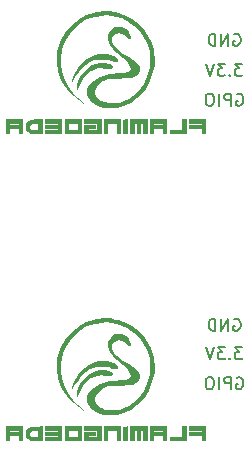
<source format=gbo>
G04 (created by PCBNEW (2013-03-19 BZR 4004)-stable) date 2015/1/6 10:08:28*
%MOIN*%
G04 Gerber Fmt 3.4, Leading zero omitted, Abs format*
%FSLAX34Y34*%
G01*
G70*
G90*
G04 APERTURE LIST*
%ADD10C,0*%
%ADD11C,0.008*%
%ADD12C,0.0001*%
G04 APERTURE END LIST*
G54D10*
G54D11*
X26400Y-25580D02*
X26438Y-25561D01*
X26495Y-25561D01*
X26552Y-25580D01*
X26590Y-25619D01*
X26609Y-25657D01*
X26628Y-25733D01*
X26628Y-25790D01*
X26609Y-25866D01*
X26590Y-25904D01*
X26552Y-25942D01*
X26495Y-25961D01*
X26457Y-25961D01*
X26400Y-25942D01*
X26380Y-25923D01*
X26380Y-25790D01*
X26457Y-25790D01*
X26209Y-25961D02*
X26209Y-25561D01*
X26057Y-25561D01*
X26019Y-25580D01*
X26000Y-25600D01*
X25980Y-25638D01*
X25980Y-25695D01*
X26000Y-25733D01*
X26019Y-25752D01*
X26057Y-25771D01*
X26209Y-25771D01*
X25809Y-25961D02*
X25809Y-25561D01*
X25542Y-25561D02*
X25466Y-25561D01*
X25428Y-25580D01*
X25390Y-25619D01*
X25371Y-25695D01*
X25371Y-25828D01*
X25390Y-25904D01*
X25428Y-25942D01*
X25466Y-25961D01*
X25542Y-25961D01*
X25580Y-25942D01*
X25619Y-25904D01*
X25638Y-25828D01*
X25638Y-25695D01*
X25619Y-25619D01*
X25580Y-25580D01*
X25542Y-25561D01*
X26590Y-24561D02*
X26342Y-24561D01*
X26476Y-24714D01*
X26419Y-24714D01*
X26380Y-24733D01*
X26361Y-24752D01*
X26342Y-24790D01*
X26342Y-24885D01*
X26361Y-24923D01*
X26380Y-24942D01*
X26419Y-24961D01*
X26533Y-24961D01*
X26571Y-24942D01*
X26590Y-24923D01*
X26171Y-24923D02*
X26152Y-24942D01*
X26171Y-24961D01*
X26190Y-24942D01*
X26171Y-24923D01*
X26171Y-24961D01*
X26019Y-24561D02*
X25771Y-24561D01*
X25904Y-24714D01*
X25847Y-24714D01*
X25809Y-24733D01*
X25790Y-24752D01*
X25771Y-24790D01*
X25771Y-24885D01*
X25790Y-24923D01*
X25809Y-24942D01*
X25847Y-24961D01*
X25961Y-24961D01*
X25999Y-24942D01*
X26019Y-24923D01*
X25657Y-24561D02*
X25523Y-24961D01*
X25390Y-24561D01*
X26304Y-23630D02*
X26342Y-23611D01*
X26400Y-23611D01*
X26457Y-23630D01*
X26495Y-23669D01*
X26514Y-23707D01*
X26533Y-23783D01*
X26533Y-23840D01*
X26514Y-23916D01*
X26495Y-23954D01*
X26457Y-23992D01*
X26400Y-24011D01*
X26361Y-24011D01*
X26304Y-23992D01*
X26285Y-23973D01*
X26285Y-23840D01*
X26361Y-23840D01*
X26114Y-24011D02*
X26114Y-23611D01*
X25885Y-24011D01*
X25885Y-23611D01*
X25695Y-24011D02*
X25695Y-23611D01*
X25599Y-23611D01*
X25542Y-23630D01*
X25504Y-23669D01*
X25485Y-23707D01*
X25466Y-23783D01*
X25466Y-23840D01*
X25485Y-23916D01*
X25504Y-23954D01*
X25542Y-23992D01*
X25599Y-24011D01*
X25695Y-24011D01*
X26400Y-16130D02*
X26438Y-16111D01*
X26495Y-16111D01*
X26552Y-16130D01*
X26590Y-16169D01*
X26609Y-16207D01*
X26628Y-16283D01*
X26628Y-16340D01*
X26609Y-16416D01*
X26590Y-16454D01*
X26552Y-16492D01*
X26495Y-16511D01*
X26457Y-16511D01*
X26400Y-16492D01*
X26380Y-16473D01*
X26380Y-16340D01*
X26457Y-16340D01*
X26209Y-16511D02*
X26209Y-16111D01*
X26057Y-16111D01*
X26019Y-16130D01*
X26000Y-16150D01*
X25980Y-16188D01*
X25980Y-16245D01*
X26000Y-16283D01*
X26019Y-16302D01*
X26057Y-16321D01*
X26209Y-16321D01*
X25809Y-16511D02*
X25809Y-16111D01*
X25542Y-16111D02*
X25466Y-16111D01*
X25428Y-16130D01*
X25390Y-16169D01*
X25371Y-16245D01*
X25371Y-16378D01*
X25390Y-16454D01*
X25428Y-16492D01*
X25466Y-16511D01*
X25542Y-16511D01*
X25580Y-16492D01*
X25619Y-16454D01*
X25638Y-16378D01*
X25638Y-16245D01*
X25619Y-16169D01*
X25580Y-16130D01*
X25542Y-16111D01*
X26590Y-15111D02*
X26342Y-15111D01*
X26476Y-15264D01*
X26419Y-15264D01*
X26380Y-15283D01*
X26361Y-15302D01*
X26342Y-15340D01*
X26342Y-15435D01*
X26361Y-15473D01*
X26380Y-15492D01*
X26419Y-15511D01*
X26533Y-15511D01*
X26571Y-15492D01*
X26590Y-15473D01*
X26171Y-15473D02*
X26152Y-15492D01*
X26171Y-15511D01*
X26190Y-15492D01*
X26171Y-15473D01*
X26171Y-15511D01*
X26019Y-15111D02*
X25771Y-15111D01*
X25904Y-15264D01*
X25847Y-15264D01*
X25809Y-15283D01*
X25790Y-15302D01*
X25771Y-15340D01*
X25771Y-15435D01*
X25790Y-15473D01*
X25809Y-15492D01*
X25847Y-15511D01*
X25961Y-15511D01*
X25999Y-15492D01*
X26019Y-15473D01*
X25657Y-15111D02*
X25523Y-15511D01*
X25390Y-15111D01*
X26304Y-14130D02*
X26342Y-14111D01*
X26400Y-14111D01*
X26457Y-14130D01*
X26495Y-14169D01*
X26514Y-14207D01*
X26533Y-14283D01*
X26533Y-14340D01*
X26514Y-14416D01*
X26495Y-14454D01*
X26457Y-14492D01*
X26400Y-14511D01*
X26361Y-14511D01*
X26304Y-14492D01*
X26285Y-14473D01*
X26285Y-14340D01*
X26361Y-14340D01*
X26114Y-14511D02*
X26114Y-14111D01*
X25885Y-14511D01*
X25885Y-14111D01*
X25695Y-14511D02*
X25695Y-14111D01*
X25599Y-14111D01*
X25542Y-14130D01*
X25504Y-14169D01*
X25485Y-14207D01*
X25466Y-14283D01*
X25466Y-14340D01*
X25485Y-14416D01*
X25504Y-14454D01*
X25542Y-14492D01*
X25599Y-14511D01*
X25695Y-14511D01*
G54D12*
G36*
X19287Y-17460D02*
X19214Y-17460D01*
X19140Y-17460D01*
X19140Y-17374D01*
X19140Y-17287D01*
X19140Y-17134D01*
X19136Y-17125D01*
X19120Y-17119D01*
X19089Y-17115D01*
X19037Y-17114D01*
X19000Y-17114D01*
X18936Y-17114D01*
X18895Y-17117D01*
X18871Y-17121D01*
X18861Y-17128D01*
X18860Y-17134D01*
X18865Y-17143D01*
X18880Y-17149D01*
X18912Y-17152D01*
X18963Y-17154D01*
X19000Y-17154D01*
X19064Y-17153D01*
X19106Y-17151D01*
X19129Y-17146D01*
X19139Y-17139D01*
X19140Y-17134D01*
X19140Y-17287D01*
X19000Y-17287D01*
X18860Y-17287D01*
X18860Y-17374D01*
X18860Y-17460D01*
X18787Y-17460D01*
X18714Y-17460D01*
X18714Y-17214D01*
X18714Y-16967D01*
X19000Y-16967D01*
X19287Y-16967D01*
X19287Y-17214D01*
X19287Y-17460D01*
X19287Y-17460D01*
X19287Y-17460D01*
G37*
G36*
X19940Y-17460D02*
X19794Y-17460D01*
X19794Y-17327D01*
X19794Y-17220D01*
X19794Y-17114D01*
X19686Y-17114D01*
X19631Y-17115D01*
X19595Y-17118D01*
X19571Y-17126D01*
X19552Y-17141D01*
X19546Y-17146D01*
X19519Y-17186D01*
X19516Y-17229D01*
X19529Y-17265D01*
X19548Y-17294D01*
X19578Y-17312D01*
X19624Y-17322D01*
X19691Y-17326D01*
X19697Y-17326D01*
X19794Y-17327D01*
X19794Y-17460D01*
X19744Y-17460D01*
X19663Y-17459D01*
X19605Y-17457D01*
X19563Y-17454D01*
X19533Y-17448D01*
X19508Y-17438D01*
X19499Y-17434D01*
X19440Y-17392D01*
X19396Y-17338D01*
X19373Y-17280D01*
X19373Y-17279D01*
X19368Y-17201D01*
X19382Y-17128D01*
X19413Y-17067D01*
X19440Y-17034D01*
X19468Y-17010D01*
X19501Y-16993D01*
X19545Y-16982D01*
X19603Y-16975D01*
X19680Y-16971D01*
X19737Y-16970D01*
X19940Y-16965D01*
X19940Y-17213D01*
X19940Y-17460D01*
X19940Y-17460D01*
X19940Y-17460D01*
G37*
G36*
X20594Y-17460D02*
X20307Y-17460D01*
X20020Y-17460D01*
X20020Y-17394D01*
X20020Y-17327D01*
X20234Y-17327D01*
X20315Y-17327D01*
X20373Y-17326D01*
X20411Y-17323D01*
X20434Y-17319D01*
X20445Y-17313D01*
X20447Y-17307D01*
X20443Y-17300D01*
X20431Y-17294D01*
X20404Y-17290D01*
X20361Y-17288D01*
X20299Y-17287D01*
X20234Y-17287D01*
X20020Y-17287D01*
X20020Y-17220D01*
X20020Y-17154D01*
X20234Y-17154D01*
X20315Y-17154D01*
X20373Y-17152D01*
X20411Y-17150D01*
X20434Y-17146D01*
X20445Y-17140D01*
X20447Y-17134D01*
X20443Y-17126D01*
X20431Y-17121D01*
X20404Y-17117D01*
X20361Y-17115D01*
X20299Y-17114D01*
X20234Y-17114D01*
X20020Y-17114D01*
X20020Y-17040D01*
X20020Y-16967D01*
X20307Y-16967D01*
X20594Y-16967D01*
X20594Y-17214D01*
X20594Y-17460D01*
X20594Y-17460D01*
X20594Y-17460D01*
G37*
G36*
X21247Y-17460D02*
X21100Y-17460D01*
X21100Y-17327D01*
X21100Y-17114D01*
X20820Y-17114D01*
X20820Y-17327D01*
X21100Y-17327D01*
X21100Y-17460D01*
X20674Y-17460D01*
X20674Y-16967D01*
X21247Y-16967D01*
X21247Y-17460D01*
X21247Y-17460D01*
X21247Y-17460D01*
G37*
G36*
X21900Y-17460D02*
X21614Y-17460D01*
X21327Y-17460D01*
X21327Y-17307D01*
X21327Y-17154D01*
X21521Y-17154D01*
X21715Y-17154D01*
X21711Y-17217D01*
X21707Y-17280D01*
X21590Y-17284D01*
X21532Y-17287D01*
X21496Y-17292D01*
X21478Y-17299D01*
X21474Y-17308D01*
X21478Y-17316D01*
X21495Y-17322D01*
X21528Y-17326D01*
X21582Y-17327D01*
X21614Y-17327D01*
X21754Y-17327D01*
X21754Y-17220D01*
X21754Y-17114D01*
X21540Y-17114D01*
X21327Y-17114D01*
X21327Y-17040D01*
X21327Y-16967D01*
X21614Y-16967D01*
X21900Y-16967D01*
X21900Y-17214D01*
X21900Y-17460D01*
X21900Y-17460D01*
X21900Y-17460D01*
G37*
G36*
X22554Y-17460D02*
X22407Y-17460D01*
X22407Y-17114D01*
X22127Y-17114D01*
X22127Y-17460D01*
X21980Y-17460D01*
X21980Y-16967D01*
X22554Y-16967D01*
X22554Y-17460D01*
X22554Y-17460D01*
X22554Y-17460D01*
G37*
G36*
X22780Y-17460D02*
X22700Y-17460D01*
X22620Y-17460D01*
X22623Y-17217D01*
X22627Y-16974D01*
X22704Y-16970D01*
X22780Y-16966D01*
X22780Y-17213D01*
X22780Y-17460D01*
X22780Y-17460D01*
X22780Y-17460D01*
G37*
G36*
X23434Y-17460D02*
X23287Y-17460D01*
X23287Y-17114D01*
X23220Y-17114D01*
X23220Y-17460D01*
X23074Y-17460D01*
X23074Y-17114D01*
X23007Y-17114D01*
X23007Y-17460D01*
X22860Y-17460D01*
X22860Y-16967D01*
X23434Y-16967D01*
X23434Y-17460D01*
X23434Y-17460D01*
X23434Y-17460D01*
G37*
G36*
X24087Y-17460D02*
X24014Y-17460D01*
X23940Y-17460D01*
X23940Y-17374D01*
X23940Y-17287D01*
X23940Y-17134D01*
X23936Y-17125D01*
X23920Y-17119D01*
X23889Y-17115D01*
X23837Y-17114D01*
X23800Y-17114D01*
X23736Y-17114D01*
X23695Y-17117D01*
X23671Y-17121D01*
X23661Y-17128D01*
X23660Y-17134D01*
X23665Y-17143D01*
X23680Y-17149D01*
X23712Y-17152D01*
X23763Y-17154D01*
X23800Y-17154D01*
X23864Y-17153D01*
X23906Y-17151D01*
X23929Y-17146D01*
X23939Y-17139D01*
X23940Y-17134D01*
X23940Y-17287D01*
X23800Y-17287D01*
X23660Y-17287D01*
X23660Y-17374D01*
X23660Y-17460D01*
X23587Y-17460D01*
X23514Y-17460D01*
X23514Y-17214D01*
X23514Y-16967D01*
X23800Y-16967D01*
X24087Y-16967D01*
X24087Y-17214D01*
X24087Y-17460D01*
X24087Y-17460D01*
X24087Y-17460D01*
G37*
G36*
X24740Y-17460D02*
X24167Y-17460D01*
X24167Y-17327D01*
X24594Y-17327D01*
X24594Y-16967D01*
X24740Y-16967D01*
X24740Y-17460D01*
X24740Y-17460D01*
X24740Y-17460D01*
G37*
G36*
X25394Y-17460D02*
X25320Y-17460D01*
X25247Y-17460D01*
X25247Y-17374D01*
X25247Y-17287D01*
X25034Y-17287D01*
X24820Y-17287D01*
X24820Y-17220D01*
X24820Y-17154D01*
X25034Y-17154D01*
X25115Y-17154D01*
X25173Y-17152D01*
X25211Y-17150D01*
X25234Y-17146D01*
X25245Y-17140D01*
X25247Y-17134D01*
X25243Y-17126D01*
X25231Y-17121D01*
X25204Y-17117D01*
X25161Y-17115D01*
X25099Y-17114D01*
X25034Y-17114D01*
X24820Y-17114D01*
X24820Y-17040D01*
X24820Y-16967D01*
X25107Y-16967D01*
X25394Y-16967D01*
X25394Y-17214D01*
X25394Y-17460D01*
X25394Y-17460D01*
X25394Y-17460D01*
G37*
G36*
X23681Y-14985D02*
X23677Y-15083D01*
X23668Y-15162D01*
X23627Y-15379D01*
X23564Y-15582D01*
X23479Y-15771D01*
X23371Y-15946D01*
X23241Y-16105D01*
X23090Y-16248D01*
X22918Y-16376D01*
X22865Y-16409D01*
X22715Y-16486D01*
X22551Y-16542D01*
X22381Y-16578D01*
X22208Y-16590D01*
X22039Y-16580D01*
X22013Y-16576D01*
X21862Y-16540D01*
X21731Y-16488D01*
X21619Y-16419D01*
X21527Y-16334D01*
X21456Y-16232D01*
X21444Y-16208D01*
X21420Y-16134D01*
X21413Y-16051D01*
X21422Y-15969D01*
X21446Y-15900D01*
X21493Y-15832D01*
X21560Y-15761D01*
X21644Y-15690D01*
X21739Y-15625D01*
X21840Y-15567D01*
X21943Y-15522D01*
X21943Y-15521D01*
X22035Y-15492D01*
X22141Y-15469D01*
X22264Y-15451D01*
X22409Y-15438D01*
X22459Y-15434D01*
X22537Y-15428D01*
X22612Y-15421D01*
X22676Y-15412D01*
X22723Y-15404D01*
X22736Y-15401D01*
X22792Y-15376D01*
X22837Y-15341D01*
X22866Y-15301D01*
X22873Y-15270D01*
X22861Y-15215D01*
X22827Y-15150D01*
X22772Y-15079D01*
X22699Y-15002D01*
X22609Y-14923D01*
X22576Y-14896D01*
X22502Y-14834D01*
X22427Y-14764D01*
X22353Y-14691D01*
X22287Y-14618D01*
X22232Y-14551D01*
X22192Y-14494D01*
X22185Y-14480D01*
X22146Y-14398D01*
X22124Y-14326D01*
X22119Y-14259D01*
X22127Y-14190D01*
X22156Y-14089D01*
X22201Y-14004D01*
X22259Y-13939D01*
X22329Y-13896D01*
X22360Y-13885D01*
X22420Y-13877D01*
X22494Y-13879D01*
X22571Y-13890D01*
X22636Y-13908D01*
X22713Y-13946D01*
X22779Y-14001D01*
X22830Y-14068D01*
X22863Y-14142D01*
X22874Y-14210D01*
X22872Y-14262D01*
X22865Y-14288D01*
X22850Y-14291D01*
X22823Y-14272D01*
X22797Y-14248D01*
X22725Y-14190D01*
X22646Y-14144D01*
X22566Y-14113D01*
X22493Y-14100D01*
X22486Y-14100D01*
X22412Y-14110D01*
X22345Y-14136D01*
X22292Y-14176D01*
X22281Y-14190D01*
X22258Y-14241D01*
X22248Y-14306D01*
X22253Y-14374D01*
X22272Y-14437D01*
X22273Y-14440D01*
X22324Y-14520D01*
X22400Y-14604D01*
X22499Y-14690D01*
X22619Y-14776D01*
X22747Y-14854D01*
X22867Y-14925D01*
X22964Y-14990D01*
X23041Y-15052D01*
X23101Y-15110D01*
X23146Y-15170D01*
X23166Y-15206D01*
X23190Y-15278D01*
X23188Y-15348D01*
X23162Y-15416D01*
X23114Y-15476D01*
X23045Y-15529D01*
X22960Y-15570D01*
X22933Y-15578D01*
X22905Y-15585D01*
X22873Y-15591D01*
X22831Y-15596D01*
X22777Y-15599D01*
X22707Y-15602D01*
X22617Y-15605D01*
X22520Y-15608D01*
X22399Y-15612D01*
X22302Y-15616D01*
X22223Y-15620D01*
X22159Y-15627D01*
X22107Y-15635D01*
X22062Y-15646D01*
X22021Y-15660D01*
X21979Y-15678D01*
X21961Y-15687D01*
X21878Y-15738D01*
X21806Y-15805D01*
X21747Y-15882D01*
X21707Y-15964D01*
X21691Y-16031D01*
X21695Y-16105D01*
X21722Y-16180D01*
X21769Y-16252D01*
X21831Y-16314D01*
X21907Y-16362D01*
X21921Y-16369D01*
X22025Y-16404D01*
X22143Y-16425D01*
X22269Y-16433D01*
X22394Y-16427D01*
X22508Y-16407D01*
X22661Y-16355D01*
X22809Y-16278D01*
X22950Y-16180D01*
X23082Y-16062D01*
X23202Y-15927D01*
X23307Y-15777D01*
X23387Y-15632D01*
X23460Y-15448D01*
X23508Y-15259D01*
X23531Y-15067D01*
X23527Y-14874D01*
X23498Y-14682D01*
X23443Y-14494D01*
X23381Y-14346D01*
X23284Y-14176D01*
X23170Y-14023D01*
X23040Y-13889D01*
X22897Y-13774D01*
X22743Y-13679D01*
X22580Y-13604D01*
X22411Y-13549D01*
X22235Y-13514D01*
X22058Y-13501D01*
X21879Y-13509D01*
X21702Y-13539D01*
X21528Y-13591D01*
X21360Y-13665D01*
X21199Y-13762D01*
X21048Y-13883D01*
X21020Y-13909D01*
X20921Y-14011D01*
X20839Y-14111D01*
X20768Y-14219D01*
X20707Y-14334D01*
X20628Y-14519D01*
X20575Y-14705D01*
X20548Y-14894D01*
X20546Y-15090D01*
X20551Y-15162D01*
X20576Y-15334D01*
X20616Y-15497D01*
X20674Y-15652D01*
X20750Y-15802D01*
X20846Y-15948D01*
X20963Y-16094D01*
X21104Y-16243D01*
X21268Y-16396D01*
X21280Y-16406D01*
X21311Y-16434D01*
X21321Y-16446D01*
X21314Y-16444D01*
X21290Y-16428D01*
X21251Y-16401D01*
X21199Y-16363D01*
X21135Y-16314D01*
X21120Y-16302D01*
X20978Y-16185D01*
X20851Y-16065D01*
X20739Y-15944D01*
X20647Y-15826D01*
X20576Y-15714D01*
X20547Y-15656D01*
X20486Y-15491D01*
X20442Y-15313D01*
X20415Y-15130D01*
X20408Y-14948D01*
X20419Y-14773D01*
X20427Y-14719D01*
X20475Y-14520D01*
X20547Y-14331D01*
X20641Y-14153D01*
X20755Y-13988D01*
X20888Y-13839D01*
X21038Y-13706D01*
X21203Y-13593D01*
X21382Y-13500D01*
X21519Y-13448D01*
X21602Y-13424D01*
X21699Y-13401D01*
X21800Y-13381D01*
X21899Y-13366D01*
X21986Y-13356D01*
X22040Y-13354D01*
X22111Y-13358D01*
X22199Y-13368D01*
X22296Y-13384D01*
X22394Y-13404D01*
X22486Y-13426D01*
X22541Y-13441D01*
X22726Y-13513D01*
X22900Y-13608D01*
X23061Y-13723D01*
X23209Y-13858D01*
X23339Y-14008D01*
X23450Y-14173D01*
X23541Y-14350D01*
X23609Y-14536D01*
X23639Y-14656D01*
X23662Y-14780D01*
X23676Y-14887D01*
X23681Y-14985D01*
X23681Y-14985D01*
X23681Y-14985D01*
G37*
G36*
X22274Y-15226D02*
X22262Y-15262D01*
X22229Y-15286D01*
X22177Y-15299D01*
X22109Y-15298D01*
X22027Y-15283D01*
X22016Y-15280D01*
X21897Y-15263D01*
X21779Y-15271D01*
X21658Y-15306D01*
X21535Y-15367D01*
X21535Y-15367D01*
X21448Y-15432D01*
X21363Y-15519D01*
X21281Y-15626D01*
X21207Y-15747D01*
X21143Y-15880D01*
X21135Y-15898D01*
X21114Y-15948D01*
X21096Y-15989D01*
X21083Y-16014D01*
X21080Y-16018D01*
X21077Y-16010D01*
X21076Y-15982D01*
X21079Y-15939D01*
X21079Y-15930D01*
X21095Y-15816D01*
X21122Y-15712D01*
X21163Y-15607D01*
X21183Y-15567D01*
X21255Y-15448D01*
X21348Y-15340D01*
X21459Y-15246D01*
X21583Y-15170D01*
X21716Y-15115D01*
X21720Y-15114D01*
X21805Y-15094D01*
X21892Y-15085D01*
X21979Y-15085D01*
X22062Y-15094D01*
X22136Y-15111D01*
X22198Y-15136D01*
X22244Y-15166D01*
X22269Y-15203D01*
X22274Y-15226D01*
X22274Y-15226D01*
X22274Y-15226D01*
G37*
G36*
X22447Y-14987D02*
X22441Y-15026D01*
X22420Y-15050D01*
X22384Y-15060D01*
X22330Y-15055D01*
X22256Y-15036D01*
X22202Y-15018D01*
X22147Y-14999D01*
X22103Y-14987D01*
X22061Y-14979D01*
X22011Y-14976D01*
X21947Y-14974D01*
X21914Y-14974D01*
X21837Y-14975D01*
X21779Y-14978D01*
X21731Y-14984D01*
X21688Y-14994D01*
X21654Y-15005D01*
X21513Y-15067D01*
X21379Y-15154D01*
X21253Y-15266D01*
X21134Y-15404D01*
X21023Y-15568D01*
X20953Y-15691D01*
X20926Y-15740D01*
X20905Y-15777D01*
X20891Y-15798D01*
X20887Y-15800D01*
X20891Y-15782D01*
X20901Y-15745D01*
X20916Y-15694D01*
X20928Y-15653D01*
X20991Y-15481D01*
X21069Y-15325D01*
X21161Y-15188D01*
X21264Y-15072D01*
X21343Y-15004D01*
X21483Y-14910D01*
X21627Y-14840D01*
X21772Y-14794D01*
X21918Y-14773D01*
X22061Y-14776D01*
X22118Y-14786D01*
X22218Y-14811D01*
X22303Y-14843D01*
X22371Y-14880D01*
X22419Y-14922D01*
X22444Y-14965D01*
X22447Y-14987D01*
X22447Y-14987D01*
X22447Y-14987D01*
G37*
G36*
X19287Y-27696D02*
X19214Y-27696D01*
X19140Y-27696D01*
X19140Y-27610D01*
X19140Y-27523D01*
X19140Y-27370D01*
X19136Y-27361D01*
X19120Y-27355D01*
X19089Y-27351D01*
X19037Y-27350D01*
X19000Y-27350D01*
X18936Y-27350D01*
X18895Y-27353D01*
X18871Y-27357D01*
X18861Y-27364D01*
X18860Y-27370D01*
X18865Y-27379D01*
X18880Y-27385D01*
X18912Y-27388D01*
X18963Y-27390D01*
X19000Y-27390D01*
X19064Y-27389D01*
X19106Y-27387D01*
X19129Y-27382D01*
X19139Y-27375D01*
X19140Y-27370D01*
X19140Y-27523D01*
X19000Y-27523D01*
X18860Y-27523D01*
X18860Y-27610D01*
X18860Y-27696D01*
X18787Y-27696D01*
X18714Y-27696D01*
X18714Y-27450D01*
X18714Y-27203D01*
X19000Y-27203D01*
X19287Y-27203D01*
X19287Y-27450D01*
X19287Y-27696D01*
X19287Y-27696D01*
X19287Y-27696D01*
G37*
G36*
X19940Y-27696D02*
X19794Y-27696D01*
X19794Y-27563D01*
X19794Y-27456D01*
X19794Y-27350D01*
X19686Y-27350D01*
X19631Y-27351D01*
X19595Y-27354D01*
X19571Y-27362D01*
X19552Y-27377D01*
X19546Y-27382D01*
X19519Y-27422D01*
X19516Y-27465D01*
X19529Y-27501D01*
X19548Y-27530D01*
X19578Y-27548D01*
X19624Y-27558D01*
X19691Y-27562D01*
X19697Y-27562D01*
X19794Y-27563D01*
X19794Y-27696D01*
X19744Y-27696D01*
X19663Y-27695D01*
X19605Y-27693D01*
X19563Y-27690D01*
X19533Y-27684D01*
X19508Y-27674D01*
X19499Y-27670D01*
X19440Y-27628D01*
X19396Y-27574D01*
X19373Y-27516D01*
X19373Y-27515D01*
X19368Y-27437D01*
X19382Y-27364D01*
X19413Y-27303D01*
X19440Y-27270D01*
X19468Y-27246D01*
X19501Y-27229D01*
X19545Y-27218D01*
X19603Y-27211D01*
X19680Y-27207D01*
X19737Y-27206D01*
X19940Y-27201D01*
X19940Y-27449D01*
X19940Y-27696D01*
X19940Y-27696D01*
X19940Y-27696D01*
G37*
G36*
X20594Y-27696D02*
X20307Y-27696D01*
X20020Y-27696D01*
X20020Y-27630D01*
X20020Y-27563D01*
X20234Y-27563D01*
X20315Y-27563D01*
X20373Y-27562D01*
X20411Y-27559D01*
X20434Y-27555D01*
X20445Y-27549D01*
X20447Y-27543D01*
X20443Y-27536D01*
X20431Y-27530D01*
X20404Y-27526D01*
X20361Y-27524D01*
X20299Y-27523D01*
X20234Y-27523D01*
X20020Y-27523D01*
X20020Y-27456D01*
X20020Y-27390D01*
X20234Y-27390D01*
X20315Y-27390D01*
X20373Y-27388D01*
X20411Y-27386D01*
X20434Y-27382D01*
X20445Y-27376D01*
X20447Y-27370D01*
X20443Y-27362D01*
X20431Y-27357D01*
X20404Y-27353D01*
X20361Y-27351D01*
X20299Y-27350D01*
X20234Y-27350D01*
X20020Y-27350D01*
X20020Y-27276D01*
X20020Y-27203D01*
X20307Y-27203D01*
X20594Y-27203D01*
X20594Y-27450D01*
X20594Y-27696D01*
X20594Y-27696D01*
X20594Y-27696D01*
G37*
G36*
X21247Y-27696D02*
X21100Y-27696D01*
X21100Y-27563D01*
X21100Y-27350D01*
X20820Y-27350D01*
X20820Y-27563D01*
X21100Y-27563D01*
X21100Y-27696D01*
X20674Y-27696D01*
X20674Y-27203D01*
X21247Y-27203D01*
X21247Y-27696D01*
X21247Y-27696D01*
X21247Y-27696D01*
G37*
G36*
X21900Y-27696D02*
X21614Y-27696D01*
X21327Y-27696D01*
X21327Y-27543D01*
X21327Y-27390D01*
X21521Y-27390D01*
X21715Y-27390D01*
X21711Y-27453D01*
X21707Y-27516D01*
X21590Y-27520D01*
X21532Y-27523D01*
X21496Y-27528D01*
X21478Y-27535D01*
X21474Y-27544D01*
X21478Y-27552D01*
X21495Y-27558D01*
X21528Y-27562D01*
X21582Y-27563D01*
X21614Y-27563D01*
X21754Y-27563D01*
X21754Y-27456D01*
X21754Y-27350D01*
X21540Y-27350D01*
X21327Y-27350D01*
X21327Y-27276D01*
X21327Y-27203D01*
X21614Y-27203D01*
X21900Y-27203D01*
X21900Y-27450D01*
X21900Y-27696D01*
X21900Y-27696D01*
X21900Y-27696D01*
G37*
G36*
X22554Y-27696D02*
X22407Y-27696D01*
X22407Y-27350D01*
X22127Y-27350D01*
X22127Y-27696D01*
X21980Y-27696D01*
X21980Y-27203D01*
X22554Y-27203D01*
X22554Y-27696D01*
X22554Y-27696D01*
X22554Y-27696D01*
G37*
G36*
X22780Y-27696D02*
X22700Y-27696D01*
X22620Y-27696D01*
X22623Y-27453D01*
X22627Y-27210D01*
X22704Y-27206D01*
X22780Y-27202D01*
X22780Y-27449D01*
X22780Y-27696D01*
X22780Y-27696D01*
X22780Y-27696D01*
G37*
G36*
X23434Y-27696D02*
X23287Y-27696D01*
X23287Y-27350D01*
X23220Y-27350D01*
X23220Y-27696D01*
X23074Y-27696D01*
X23074Y-27350D01*
X23007Y-27350D01*
X23007Y-27696D01*
X22860Y-27696D01*
X22860Y-27203D01*
X23434Y-27203D01*
X23434Y-27696D01*
X23434Y-27696D01*
X23434Y-27696D01*
G37*
G36*
X24087Y-27696D02*
X24014Y-27696D01*
X23940Y-27696D01*
X23940Y-27610D01*
X23940Y-27523D01*
X23940Y-27370D01*
X23936Y-27361D01*
X23920Y-27355D01*
X23889Y-27351D01*
X23837Y-27350D01*
X23800Y-27350D01*
X23736Y-27350D01*
X23695Y-27353D01*
X23671Y-27357D01*
X23661Y-27364D01*
X23660Y-27370D01*
X23665Y-27379D01*
X23680Y-27385D01*
X23712Y-27388D01*
X23763Y-27390D01*
X23800Y-27390D01*
X23864Y-27389D01*
X23906Y-27387D01*
X23929Y-27382D01*
X23939Y-27375D01*
X23940Y-27370D01*
X23940Y-27523D01*
X23800Y-27523D01*
X23660Y-27523D01*
X23660Y-27610D01*
X23660Y-27696D01*
X23587Y-27696D01*
X23514Y-27696D01*
X23514Y-27450D01*
X23514Y-27203D01*
X23800Y-27203D01*
X24087Y-27203D01*
X24087Y-27450D01*
X24087Y-27696D01*
X24087Y-27696D01*
X24087Y-27696D01*
G37*
G36*
X24740Y-27696D02*
X24167Y-27696D01*
X24167Y-27563D01*
X24594Y-27563D01*
X24594Y-27203D01*
X24740Y-27203D01*
X24740Y-27696D01*
X24740Y-27696D01*
X24740Y-27696D01*
G37*
G36*
X25394Y-27696D02*
X25320Y-27696D01*
X25247Y-27696D01*
X25247Y-27610D01*
X25247Y-27523D01*
X25034Y-27523D01*
X24820Y-27523D01*
X24820Y-27456D01*
X24820Y-27390D01*
X25034Y-27390D01*
X25115Y-27390D01*
X25173Y-27388D01*
X25211Y-27386D01*
X25234Y-27382D01*
X25245Y-27376D01*
X25247Y-27370D01*
X25243Y-27362D01*
X25231Y-27357D01*
X25204Y-27353D01*
X25161Y-27351D01*
X25099Y-27350D01*
X25034Y-27350D01*
X24820Y-27350D01*
X24820Y-27276D01*
X24820Y-27203D01*
X25107Y-27203D01*
X25394Y-27203D01*
X25394Y-27450D01*
X25394Y-27696D01*
X25394Y-27696D01*
X25394Y-27696D01*
G37*
G36*
X23681Y-25221D02*
X23677Y-25319D01*
X23668Y-25398D01*
X23627Y-25615D01*
X23564Y-25818D01*
X23479Y-26007D01*
X23371Y-26182D01*
X23241Y-26341D01*
X23090Y-26484D01*
X22918Y-26612D01*
X22865Y-26645D01*
X22715Y-26722D01*
X22551Y-26778D01*
X22381Y-26814D01*
X22208Y-26826D01*
X22039Y-26816D01*
X22013Y-26812D01*
X21862Y-26776D01*
X21731Y-26724D01*
X21619Y-26655D01*
X21527Y-26570D01*
X21456Y-26468D01*
X21444Y-26444D01*
X21420Y-26370D01*
X21413Y-26287D01*
X21422Y-26205D01*
X21446Y-26136D01*
X21493Y-26068D01*
X21560Y-25997D01*
X21644Y-25926D01*
X21739Y-25861D01*
X21840Y-25803D01*
X21943Y-25758D01*
X21943Y-25757D01*
X22035Y-25728D01*
X22141Y-25705D01*
X22264Y-25687D01*
X22409Y-25674D01*
X22459Y-25670D01*
X22537Y-25664D01*
X22612Y-25657D01*
X22676Y-25648D01*
X22723Y-25640D01*
X22736Y-25637D01*
X22792Y-25612D01*
X22837Y-25577D01*
X22866Y-25537D01*
X22873Y-25506D01*
X22861Y-25451D01*
X22827Y-25386D01*
X22772Y-25315D01*
X22699Y-25238D01*
X22609Y-25159D01*
X22576Y-25132D01*
X22502Y-25070D01*
X22427Y-25000D01*
X22353Y-24927D01*
X22287Y-24854D01*
X22232Y-24787D01*
X22192Y-24730D01*
X22185Y-24716D01*
X22146Y-24634D01*
X22124Y-24562D01*
X22119Y-24495D01*
X22127Y-24426D01*
X22156Y-24325D01*
X22201Y-24240D01*
X22259Y-24175D01*
X22329Y-24132D01*
X22360Y-24121D01*
X22420Y-24113D01*
X22494Y-24115D01*
X22571Y-24126D01*
X22636Y-24144D01*
X22713Y-24182D01*
X22779Y-24237D01*
X22830Y-24304D01*
X22863Y-24378D01*
X22874Y-24446D01*
X22872Y-24498D01*
X22865Y-24524D01*
X22850Y-24527D01*
X22823Y-24508D01*
X22797Y-24484D01*
X22725Y-24426D01*
X22646Y-24380D01*
X22566Y-24349D01*
X22493Y-24336D01*
X22486Y-24336D01*
X22412Y-24346D01*
X22345Y-24372D01*
X22292Y-24412D01*
X22281Y-24426D01*
X22258Y-24477D01*
X22248Y-24542D01*
X22253Y-24610D01*
X22272Y-24673D01*
X22273Y-24676D01*
X22324Y-24756D01*
X22400Y-24840D01*
X22499Y-24926D01*
X22619Y-25012D01*
X22747Y-25090D01*
X22867Y-25161D01*
X22964Y-25226D01*
X23041Y-25288D01*
X23101Y-25346D01*
X23146Y-25406D01*
X23166Y-25442D01*
X23190Y-25514D01*
X23188Y-25584D01*
X23162Y-25652D01*
X23114Y-25712D01*
X23045Y-25765D01*
X22960Y-25806D01*
X22933Y-25814D01*
X22905Y-25821D01*
X22873Y-25827D01*
X22831Y-25832D01*
X22777Y-25835D01*
X22707Y-25838D01*
X22617Y-25841D01*
X22520Y-25844D01*
X22399Y-25848D01*
X22302Y-25852D01*
X22223Y-25856D01*
X22159Y-25863D01*
X22107Y-25871D01*
X22062Y-25882D01*
X22021Y-25896D01*
X21979Y-25914D01*
X21961Y-25923D01*
X21878Y-25974D01*
X21806Y-26041D01*
X21747Y-26118D01*
X21707Y-26200D01*
X21691Y-26267D01*
X21695Y-26341D01*
X21722Y-26416D01*
X21769Y-26488D01*
X21831Y-26550D01*
X21907Y-26598D01*
X21921Y-26605D01*
X22025Y-26640D01*
X22143Y-26661D01*
X22269Y-26669D01*
X22394Y-26663D01*
X22508Y-26643D01*
X22661Y-26591D01*
X22809Y-26514D01*
X22950Y-26416D01*
X23082Y-26298D01*
X23202Y-26163D01*
X23307Y-26013D01*
X23387Y-25868D01*
X23460Y-25684D01*
X23508Y-25495D01*
X23531Y-25303D01*
X23527Y-25110D01*
X23498Y-24918D01*
X23443Y-24730D01*
X23381Y-24582D01*
X23284Y-24412D01*
X23170Y-24259D01*
X23040Y-24125D01*
X22897Y-24010D01*
X22743Y-23915D01*
X22580Y-23840D01*
X22411Y-23785D01*
X22235Y-23750D01*
X22058Y-23737D01*
X21879Y-23745D01*
X21702Y-23775D01*
X21528Y-23827D01*
X21360Y-23901D01*
X21199Y-23998D01*
X21048Y-24119D01*
X21020Y-24145D01*
X20921Y-24247D01*
X20839Y-24347D01*
X20768Y-24455D01*
X20707Y-24570D01*
X20628Y-24755D01*
X20575Y-24941D01*
X20548Y-25130D01*
X20546Y-25326D01*
X20551Y-25398D01*
X20576Y-25570D01*
X20616Y-25733D01*
X20674Y-25888D01*
X20750Y-26038D01*
X20846Y-26184D01*
X20963Y-26330D01*
X21104Y-26479D01*
X21268Y-26632D01*
X21280Y-26642D01*
X21311Y-26670D01*
X21321Y-26682D01*
X21314Y-26680D01*
X21290Y-26664D01*
X21251Y-26637D01*
X21199Y-26599D01*
X21135Y-26550D01*
X21120Y-26538D01*
X20978Y-26421D01*
X20851Y-26301D01*
X20739Y-26180D01*
X20647Y-26062D01*
X20576Y-25950D01*
X20547Y-25892D01*
X20486Y-25727D01*
X20442Y-25549D01*
X20415Y-25366D01*
X20408Y-25184D01*
X20419Y-25009D01*
X20427Y-24955D01*
X20475Y-24756D01*
X20547Y-24567D01*
X20641Y-24389D01*
X20755Y-24224D01*
X20888Y-24075D01*
X21038Y-23942D01*
X21203Y-23829D01*
X21382Y-23736D01*
X21519Y-23684D01*
X21602Y-23660D01*
X21699Y-23637D01*
X21800Y-23617D01*
X21899Y-23602D01*
X21986Y-23592D01*
X22040Y-23590D01*
X22111Y-23594D01*
X22199Y-23604D01*
X22296Y-23620D01*
X22394Y-23640D01*
X22486Y-23662D01*
X22541Y-23677D01*
X22726Y-23749D01*
X22900Y-23844D01*
X23061Y-23959D01*
X23209Y-24094D01*
X23339Y-24244D01*
X23450Y-24409D01*
X23541Y-24586D01*
X23609Y-24772D01*
X23639Y-24892D01*
X23662Y-25016D01*
X23676Y-25123D01*
X23681Y-25221D01*
X23681Y-25221D01*
X23681Y-25221D01*
G37*
G36*
X22274Y-25462D02*
X22262Y-25498D01*
X22229Y-25522D01*
X22177Y-25535D01*
X22109Y-25534D01*
X22027Y-25519D01*
X22016Y-25516D01*
X21897Y-25499D01*
X21779Y-25507D01*
X21658Y-25542D01*
X21535Y-25603D01*
X21535Y-25603D01*
X21448Y-25668D01*
X21363Y-25755D01*
X21281Y-25862D01*
X21207Y-25983D01*
X21143Y-26116D01*
X21135Y-26134D01*
X21114Y-26184D01*
X21096Y-26225D01*
X21083Y-26250D01*
X21080Y-26254D01*
X21077Y-26246D01*
X21076Y-26218D01*
X21079Y-26175D01*
X21079Y-26166D01*
X21095Y-26052D01*
X21122Y-25948D01*
X21163Y-25843D01*
X21183Y-25803D01*
X21255Y-25684D01*
X21348Y-25576D01*
X21459Y-25482D01*
X21583Y-25406D01*
X21716Y-25351D01*
X21720Y-25350D01*
X21805Y-25330D01*
X21892Y-25321D01*
X21979Y-25321D01*
X22062Y-25330D01*
X22136Y-25347D01*
X22198Y-25372D01*
X22244Y-25402D01*
X22269Y-25439D01*
X22274Y-25462D01*
X22274Y-25462D01*
X22274Y-25462D01*
G37*
G36*
X22447Y-25223D02*
X22441Y-25262D01*
X22420Y-25286D01*
X22384Y-25296D01*
X22330Y-25291D01*
X22256Y-25272D01*
X22202Y-25254D01*
X22147Y-25235D01*
X22103Y-25223D01*
X22061Y-25215D01*
X22011Y-25212D01*
X21947Y-25210D01*
X21914Y-25210D01*
X21837Y-25211D01*
X21779Y-25214D01*
X21731Y-25220D01*
X21688Y-25230D01*
X21654Y-25241D01*
X21513Y-25303D01*
X21379Y-25390D01*
X21253Y-25502D01*
X21134Y-25640D01*
X21023Y-25804D01*
X20953Y-25927D01*
X20926Y-25976D01*
X20905Y-26013D01*
X20891Y-26034D01*
X20887Y-26036D01*
X20891Y-26018D01*
X20901Y-25981D01*
X20916Y-25930D01*
X20928Y-25889D01*
X20991Y-25717D01*
X21069Y-25561D01*
X21161Y-25424D01*
X21264Y-25308D01*
X21343Y-25240D01*
X21483Y-25146D01*
X21627Y-25076D01*
X21772Y-25030D01*
X21918Y-25009D01*
X22061Y-25012D01*
X22118Y-25022D01*
X22218Y-25047D01*
X22303Y-25079D01*
X22371Y-25116D01*
X22419Y-25158D01*
X22444Y-25201D01*
X22447Y-25223D01*
X22447Y-25223D01*
X22447Y-25223D01*
G37*
M02*

</source>
